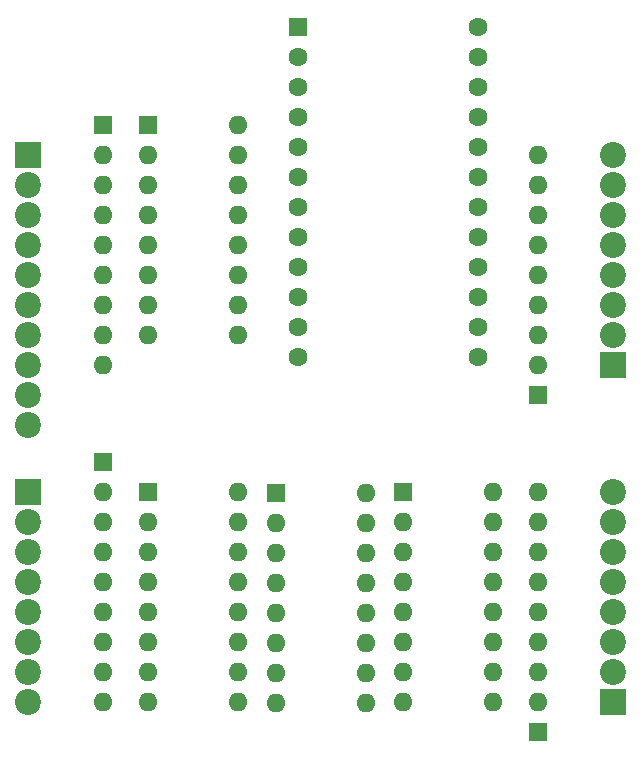
<source format=gbr>
%TF.GenerationSoftware,KiCad,Pcbnew,(6.0.1)*%
%TF.CreationDate,2022-02-11T15:40:25-08:00*%
%TF.ProjectId,dcs-joystick,6463732d-6a6f-4797-9374-69636b2e6b69,rev?*%
%TF.SameCoordinates,Original*%
%TF.FileFunction,Soldermask,Top*%
%TF.FilePolarity,Negative*%
%FSLAX46Y46*%
G04 Gerber Fmt 4.6, Leading zero omitted, Abs format (unit mm)*
G04 Created by KiCad (PCBNEW (6.0.1)) date 2022-02-11 15:40:25*
%MOMM*%
%LPD*%
G01*
G04 APERTURE LIST*
%ADD10R,1.600000X1.600000*%
%ADD11O,1.600000X1.600000*%
%ADD12R,2.200000X2.200000*%
%ADD13C,2.200000*%
%ADD14C,1.600000*%
G04 APERTURE END LIST*
D10*
%TO.C,U3*%
X124470000Y-83835000D03*
D11*
X124470000Y-86375000D03*
X124470000Y-88915000D03*
X124470000Y-91455000D03*
X124470000Y-93995000D03*
X124470000Y-96535000D03*
X124470000Y-99075000D03*
X124470000Y-101615000D03*
X132090000Y-101615000D03*
X132090000Y-99075000D03*
X132090000Y-96535000D03*
X132090000Y-93995000D03*
X132090000Y-91455000D03*
X132090000Y-88915000D03*
X132090000Y-86375000D03*
X132090000Y-83835000D03*
%TD*%
D10*
%TO.C,RN2*%
X157480000Y-104155000D03*
D11*
X157480000Y-101615000D03*
X157480000Y-99075000D03*
X157480000Y-96535000D03*
X157480000Y-93995000D03*
X157480000Y-91455000D03*
X157480000Y-88915000D03*
X157480000Y-86375000D03*
X157480000Y-83835000D03*
%TD*%
D12*
%TO.C,J4*%
X163830000Y-73025000D03*
D13*
X163830000Y-70485000D03*
X163830000Y-67945000D03*
X163830000Y-65405000D03*
X163830000Y-62865000D03*
X163830000Y-60325000D03*
X163830000Y-57785000D03*
X163830000Y-55245000D03*
%TD*%
D12*
%TO.C,J1*%
X114300000Y-55245000D03*
D13*
X114300000Y-57785000D03*
X114300000Y-60325000D03*
X114300000Y-62865000D03*
X114300000Y-65405000D03*
X114300000Y-67945000D03*
X114300000Y-70485000D03*
X114300000Y-73025000D03*
X114300000Y-75565000D03*
X114300000Y-78105000D03*
%TD*%
D10*
%TO.C,RN1*%
X120650000Y-52690000D03*
D11*
X120650000Y-55230000D03*
X120650000Y-57770000D03*
X120650000Y-60310000D03*
X120650000Y-62850000D03*
X120650000Y-65390000D03*
X120650000Y-67930000D03*
X120650000Y-70470000D03*
X120650000Y-73010000D03*
%TD*%
D12*
%TO.C,J2*%
X163830000Y-101600000D03*
D13*
X163830000Y-99060000D03*
X163830000Y-96520000D03*
X163830000Y-93980000D03*
X163830000Y-91440000D03*
X163830000Y-88900000D03*
X163830000Y-86360000D03*
X163830000Y-83820000D03*
%TD*%
D10*
%TO.C,RN3*%
X120650000Y-81295000D03*
D11*
X120650000Y-83835000D03*
X120650000Y-86375000D03*
X120650000Y-88915000D03*
X120650000Y-91455000D03*
X120650000Y-93995000D03*
X120650000Y-96535000D03*
X120650000Y-99075000D03*
X120650000Y-101615000D03*
%TD*%
D10*
%TO.C,RN4*%
X157480000Y-75580000D03*
D11*
X157480000Y-73040000D03*
X157480000Y-70500000D03*
X157480000Y-67960000D03*
X157480000Y-65420000D03*
X157480000Y-62880000D03*
X157480000Y-60340000D03*
X157480000Y-57800000D03*
X157480000Y-55260000D03*
%TD*%
D12*
%TO.C,J3*%
X114300000Y-83820000D03*
D13*
X114300000Y-86360000D03*
X114300000Y-88900000D03*
X114300000Y-91440000D03*
X114300000Y-93980000D03*
X114300000Y-96520000D03*
X114300000Y-99060000D03*
X114300000Y-101600000D03*
%TD*%
D10*
%TO.C,U4*%
X135265000Y-83850000D03*
D11*
X135265000Y-86390000D03*
X135265000Y-88930000D03*
X135265000Y-91470000D03*
X135265000Y-94010000D03*
X135265000Y-96550000D03*
X135265000Y-99090000D03*
X135265000Y-101630000D03*
X142885000Y-101630000D03*
X142885000Y-99090000D03*
X142885000Y-96550000D03*
X142885000Y-94010000D03*
X142885000Y-91470000D03*
X142885000Y-88930000D03*
X142885000Y-86390000D03*
X142885000Y-83850000D03*
%TD*%
D10*
%TO.C,U2*%
X146060000Y-83835000D03*
D11*
X146060000Y-86375000D03*
X146060000Y-88915000D03*
X146060000Y-91455000D03*
X146060000Y-93995000D03*
X146060000Y-96535000D03*
X146060000Y-99075000D03*
X146060000Y-101615000D03*
X153680000Y-101615000D03*
X153680000Y-99075000D03*
X153680000Y-96535000D03*
X153680000Y-93995000D03*
X153680000Y-91455000D03*
X153680000Y-88915000D03*
X153680000Y-86375000D03*
X153680000Y-83835000D03*
%TD*%
D10*
%TO.C,U1*%
X124470000Y-52720000D03*
D11*
X124470000Y-55260000D03*
X124470000Y-57800000D03*
X124470000Y-60340000D03*
X124470000Y-62880000D03*
X124470000Y-65420000D03*
X124470000Y-67960000D03*
X124470000Y-70500000D03*
X132090000Y-70500000D03*
X132090000Y-67960000D03*
X132090000Y-65420000D03*
X132090000Y-62880000D03*
X132090000Y-60340000D03*
X132090000Y-57800000D03*
X132090000Y-55260000D03*
X132090000Y-52720000D03*
%TD*%
D10*
%TO.C,U5*%
X137160000Y-44450000D03*
D14*
X137160000Y-46990000D03*
X137160000Y-49530000D03*
X137160000Y-52070000D03*
X137160000Y-54610000D03*
X137160000Y-57150000D03*
X137160000Y-59690000D03*
X137160000Y-62230000D03*
X137160000Y-64770000D03*
X137160000Y-67310000D03*
X137160000Y-69850000D03*
X137160000Y-72390000D03*
X152400000Y-72390000D03*
X152400000Y-69850000D03*
X152400000Y-67310000D03*
X152400000Y-64770000D03*
X152400000Y-62230000D03*
X152400000Y-59690000D03*
X152400000Y-57150000D03*
X152400000Y-54610000D03*
X152400000Y-52070000D03*
X152400000Y-49530000D03*
X152400000Y-46990000D03*
X152400000Y-44450000D03*
%TD*%
M02*

</source>
